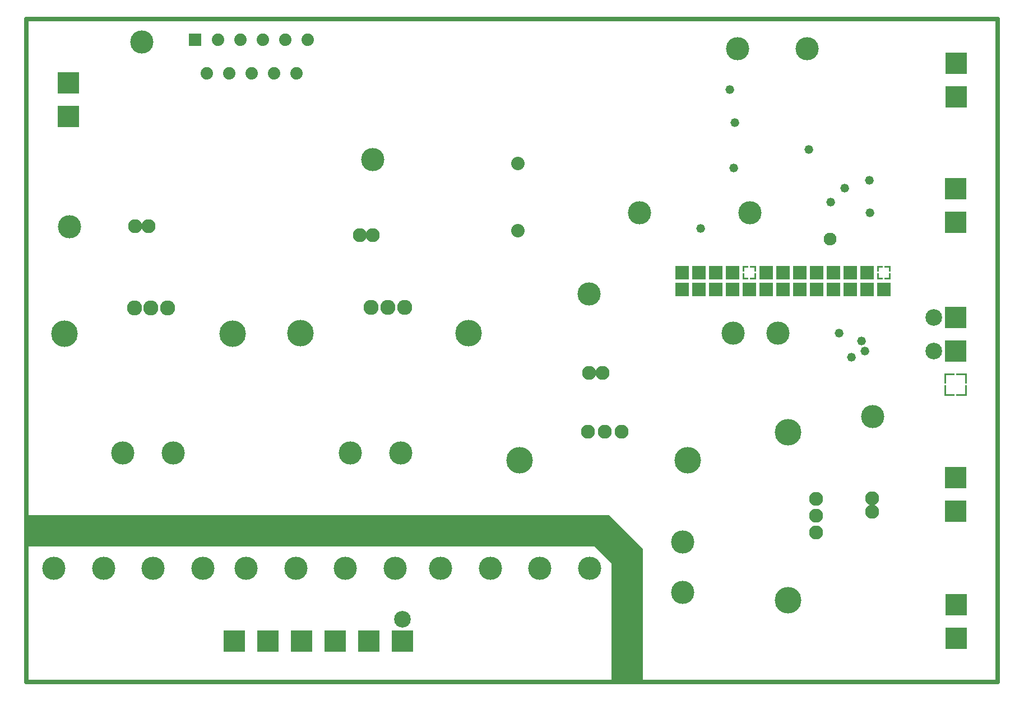
<source format=gbr>
%FSLAX23Y23*%
%MOIN*%
G04 EasyPC Gerber Version 17.0 Build 3379 *
%ADD73R,0.07400X0.07400*%
%ADD29R,0.08000X0.08000*%
%ADD20R,0.13024X0.13024*%
%ADD17C,0.02500*%
%ADD79C,0.05200*%
%ADD74C,0.07400*%
%ADD86C,0.07600*%
%AMT72*0 Thermal pad*4,1,6,0.03000,0.00500,0.03000,0.03000,0.00500,0.03000,0.00500,0.04000,0.04000,0.04000,0.04000,0.00500,0.03000,0.00500,0*4,1,6,-0.00500,0.03000,-0.03000,0.03000,-0.03000,0.00500,-0.04000,0.00500,-0.04000,0.04000,-0.00500,0.04000,-0.00500,0.03000,0*4,1,6,-0.03000,-0.00500,-0.03000,-0.03000,-0.00500,-0.03000,-0.00500,-0.04000,-0.04000,-0.04000,-0.04000,-0.00500,-0.03000,-0.00500,0*4,1,6,0.00500,-0.03000,0.03000,-0.03000,0.03000,-0.00500,0.04000,-0.00500,0.04000,-0.04000,0.00500,-0.04000,0.00500,-0.03000,0*%
%ADD72T72*%
%AMT28*0 Thermal pad*4,1,6,0.05512,0.00500,0.05512,0.05512,0.00500,0.05512,0.00500,0.06512,0.06512,0.06512,0.06512,0.00500,0.05512,0.00500,0*4,1,6,-0.00500,0.05512,-0.05512,0.05512,-0.05512,0.00500,-0.06512,0.00500,-0.06512,0.06512,-0.00500,0.06512,-0.00500,0.05512,0*4,1,6,-0.05512,-0.00500,-0.05512,-0.05512,-0.00500,-0.05512,-0.00500,-0.06512,-0.06512,-0.06512,-0.06512,-0.00500,-0.05512,-0.00500,0*4,1,6,0.00500,-0.05512,0.05512,-0.05512,0.05512,-0.00500,0.06512,-0.00500,0.06512,-0.06512,0.00500,-0.06512,0.00500,-0.05512,0*%
%ADD28T28*%
%ADD76C,0.08000*%
%ADD26C,0.08299*%
%ADD24C,0.08300*%
%ADD22C,0.09000*%
%ADD21C,0.09874*%
%ADD70C,0.13811*%
%ADD77C,0.15780*%
X0Y0D02*
D02*
D17*
X74Y35D02*
X5850D01*
Y3984*
X74*
Y35*
X3725D02*
X3565D01*
Y747*
X3457Y855*
X74*
Y1015*
X3533*
X3725Y823*
Y35*
G36*
X3565*
Y747*
X3457Y855*
X74*
Y1015*
X3533*
X3725Y823*
Y35*
G37*
D02*
D70*
X238Y714D03*
X330Y2748D03*
X533Y714D03*
X645Y1401D03*
X759Y3846D03*
X828Y714D03*
X945Y1401D03*
X1124Y714D03*
X1379D03*
X1675D03*
X1970D03*
X2000Y1401D03*
X2133Y3145D03*
X2265Y714D03*
X2300Y1401D03*
X2537Y714D03*
X2832D03*
X3127D03*
X3421Y2346D03*
X3423Y714D03*
X3720Y2830D03*
X3976Y570D03*
Y870D03*
X4275Y2114D03*
X4303Y3805D03*
X4377Y2829D03*
X4543Y2114D03*
X4716Y3805D03*
X5106Y1617D03*
D02*
D20*
X322Y3402D03*
Y3602D03*
X1311Y279D03*
X1511D03*
X1711D03*
X1911D03*
X2111D03*
X2311D03*
X5601Y1052D03*
Y1252D03*
Y2008D03*
Y2208D03*
Y2772D03*
Y2972D03*
X5602Y296D03*
Y496D03*
Y3520D03*
Y3720D03*
D02*
D21*
X2311Y411D03*
X5469Y2008D03*
X5469Y2208D03*
D02*
D22*
X715Y2263D03*
X814D03*
X914D03*
X2124Y2267D03*
X2224D03*
X2324D03*
D02*
D24*
X3414Y1527D03*
X3514D03*
X3614D03*
X4771Y925D03*
Y1025D03*
Y1125D03*
D02*
D26*
X720Y2750D03*
X799D03*
X2055Y2696D03*
X2133D03*
X3421Y1878D03*
X3500D03*
X5104Y1051D03*
Y1129D03*
D02*
D28*
X5601Y1808D03*
D02*
D29*
X3973Y2372D03*
Y2472D03*
X4073Y2372D03*
Y2472D03*
X4173Y2372D03*
Y2472D03*
X4273Y2372D03*
Y2472D03*
X4373Y2372D03*
X4473D03*
Y2472D03*
X4573Y2372D03*
Y2472D03*
X4673Y2372D03*
Y2472D03*
X4773Y2372D03*
Y2472D03*
X4873Y2372D03*
Y2472D03*
X4973Y2372D03*
Y2472D03*
X5073Y2372D03*
Y2472D03*
X5173Y2372D03*
D02*
D72*
X4373Y2472D03*
X5173D03*
D02*
D73*
X1078Y3859D03*
D02*
D74*
X1145Y3659D03*
X1212Y3859D03*
X1279Y3659D03*
X1346Y3859D03*
X1413Y3659D03*
X1480Y3859D03*
X1547Y3659D03*
X1614Y3859D03*
X1681Y3659D03*
X1748Y3859D03*
D02*
D76*
X2997Y2723D03*
Y3123D03*
D02*
D77*
X299Y2110D03*
X1299D03*
X1704Y2114D03*
X2704D03*
X3007Y1358D03*
X4007D03*
X4602Y523D03*
Y1523D03*
D02*
D79*
X4083Y2737D03*
X4255Y3563D03*
X4279Y3098D03*
X4287Y3366D03*
X4728Y3208D03*
X4858Y2893D03*
X4905Y2112D03*
X4940Y2976D03*
X4980Y1970D03*
X5039Y2067D03*
X5059Y2007D03*
X5088Y3023D03*
X5090Y2830D03*
D02*
D86*
X4854Y2673D03*
X0Y0D02*
M02*

</source>
